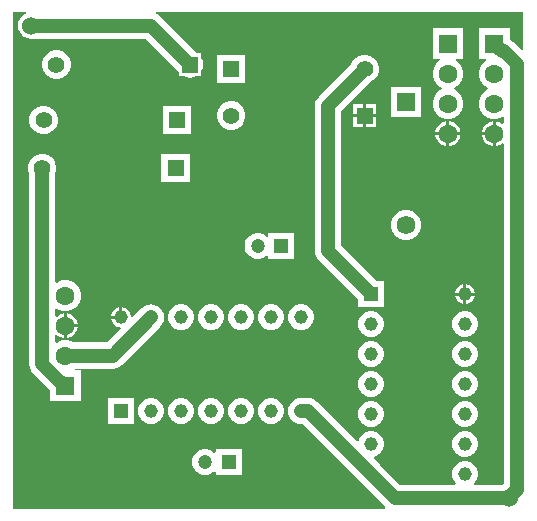
<source format=gtl>
G04*
G04 #@! TF.GenerationSoftware,Altium Limited,Altium Designer,23.4.1 (23)*
G04*
G04 Layer_Physical_Order=1*
G04 Layer_Color=255*
%FSLAX44Y44*%
%MOMM*%
G71*
G04*
G04 #@! TF.SameCoordinates,0F4FC61B-9208-49F5-852E-2E7A0A34B3BB*
G04*
G04*
G04 #@! TF.FilePolarity,Positive*
G04*
G01*
G75*
%ADD22R,1.4000X1.4000*%
%ADD23C,1.4000*%
%ADD24R,1.2000X1.2000*%
%ADD25C,1.2000*%
%ADD26C,1.2000*%
%ADD27R,1.5900X1.5900*%
%ADD28C,1.5900*%
%ADD29C,1.5240*%
%ADD30C,1.1700*%
%ADD31R,1.1700X1.1700*%
%ADD32C,1.6000*%
%ADD33R,1.6000X1.6000*%
%ADD34R,1.1700X1.1700*%
G36*
X438150Y399820D02*
X436977Y399334D01*
X429735Y406575D01*
X427438Y408339D01*
X427020Y408511D01*
Y418130D01*
X401020D01*
Y392130D01*
X406958D01*
X407298Y390860D01*
X406038Y390133D01*
X403617Y387712D01*
X401906Y384748D01*
X401020Y381441D01*
Y378018D01*
X401906Y374712D01*
X403617Y371748D01*
X406038Y369327D01*
X408833Y367714D01*
X408924Y367030D01*
X408833Y366346D01*
X406038Y364733D01*
X403617Y362312D01*
X401906Y359348D01*
X401020Y356041D01*
Y352618D01*
X401906Y349312D01*
X403617Y346348D01*
X406038Y343927D01*
X409002Y342216D01*
X412309Y341330D01*
X415732D01*
X419038Y342216D01*
X420825Y343248D01*
X421925Y342613D01*
Y337590D01*
X420752Y337104D01*
X420492Y337364D01*
X418088Y338752D01*
X415408Y339470D01*
X415290D01*
Y328930D01*
Y318390D01*
X415408D01*
X418088Y319108D01*
X420492Y320496D01*
X420752Y320756D01*
X421925Y320270D01*
Y32100D01*
X421849Y32080D01*
X420697Y31415D01*
X396865D01*
X396339Y32685D01*
X397632Y33978D01*
X399061Y36452D01*
X399800Y39212D01*
Y42068D01*
X399061Y44828D01*
X397632Y47302D01*
X395612Y49322D01*
X393138Y50751D01*
X390378Y51490D01*
X387522D01*
X384762Y50751D01*
X382288Y49322D01*
X380268Y47302D01*
X378839Y44828D01*
X378100Y42068D01*
Y39212D01*
X378839Y36452D01*
X380268Y33978D01*
X381561Y32685D01*
X381035Y31415D01*
X334466D01*
X317395Y48485D01*
X317395Y48485D01*
X311788Y54092D01*
X312168Y55509D01*
X313738Y55929D01*
X316212Y57358D01*
X318232Y59378D01*
X319661Y61852D01*
X320400Y64612D01*
Y67468D01*
X319661Y70228D01*
X318232Y72702D01*
X316212Y74722D01*
X313738Y76151D01*
X310978Y76890D01*
X308122D01*
X305362Y76151D01*
X302888Y74722D01*
X300868Y72702D01*
X299439Y70228D01*
X299019Y68658D01*
X297602Y68278D01*
X264055Y101825D01*
X261758Y103588D01*
X259082Y104697D01*
X256210Y105075D01*
X250190D01*
X247318Y104697D01*
X244643Y103588D01*
X242345Y101825D01*
X240581Y99528D01*
X239473Y96852D01*
X239095Y93980D01*
X239473Y91108D01*
X240581Y88433D01*
X242345Y86135D01*
X244643Y84372D01*
X247318Y83263D01*
X250190Y82885D01*
X251614D01*
X301705Y32795D01*
X301705Y32795D01*
X321800Y12700D01*
X321481Y11430D01*
X6350D01*
Y430530D01*
X6253Y430627D01*
X6739Y431800D01*
X17121D01*
X17374Y430530D01*
X16042Y429978D01*
X13745Y428215D01*
X11982Y425918D01*
X10873Y423242D01*
X10495Y420370D01*
X10873Y417498D01*
X11982Y414823D01*
X13745Y412525D01*
X16042Y410761D01*
X18718Y409653D01*
X21590Y409275D01*
X118594D01*
X146670Y381199D01*
Y377810D01*
X150573D01*
X150663Y377742D01*
X153338Y376633D01*
X156210Y376255D01*
X159082Y376633D01*
X161758Y377742D01*
X161847Y377810D01*
X165750D01*
Y381713D01*
X165819Y381802D01*
X166927Y384478D01*
X167305Y387350D01*
X166927Y390221D01*
X165819Y392897D01*
X165750Y392987D01*
Y396890D01*
X162361D01*
X131035Y428215D01*
X128737Y429978D01*
X127406Y430530D01*
X127659Y431800D01*
X438150D01*
Y399820D01*
D02*
G37*
%LPC*%
G36*
X44790Y399350D02*
X41630D01*
X38578Y398532D01*
X35842Y396952D01*
X33608Y394718D01*
X32028Y391982D01*
X31210Y388930D01*
Y385770D01*
X32028Y382718D01*
X33608Y379982D01*
X35842Y377748D01*
X38578Y376168D01*
X41630Y375350D01*
X44790D01*
X47842Y376168D01*
X50578Y377748D01*
X52812Y379982D01*
X54392Y382718D01*
X55210Y385770D01*
Y388930D01*
X54392Y391982D01*
X52812Y394718D01*
X50578Y396952D01*
X47842Y398532D01*
X44790Y399350D01*
D02*
G37*
G36*
X203150Y395540D02*
X179150D01*
Y371540D01*
X203150D01*
Y395540D01*
D02*
G37*
G36*
X313690Y353710D02*
X305420D01*
Y345440D01*
X313690D01*
Y353710D01*
D02*
G37*
G36*
X302880D02*
X294610D01*
Y345440D01*
X302880D01*
Y353710D01*
D02*
G37*
G36*
X352040Y368450D02*
X326140D01*
Y342550D01*
X352040D01*
Y368450D01*
D02*
G37*
G36*
X387650Y418130D02*
X361650D01*
Y392130D01*
X367588D01*
X367928Y390860D01*
X366668Y390133D01*
X364247Y387712D01*
X362536Y384748D01*
X361650Y381441D01*
Y378018D01*
X362536Y374712D01*
X364247Y371748D01*
X366668Y369327D01*
X369463Y367714D01*
X369554Y367030D01*
X369463Y366346D01*
X366668Y364733D01*
X364247Y362312D01*
X362536Y359348D01*
X361650Y356041D01*
Y352618D01*
X362536Y349312D01*
X364247Y346348D01*
X366668Y343927D01*
X369632Y342216D01*
X372938Y341330D01*
X376362D01*
X379668Y342216D01*
X382632Y343927D01*
X385053Y346348D01*
X386764Y349312D01*
X387650Y352618D01*
Y356041D01*
X386764Y359348D01*
X385053Y362312D01*
X382632Y364733D01*
X379837Y366346D01*
X379746Y367030D01*
X379837Y367714D01*
X382632Y369327D01*
X385053Y371748D01*
X386764Y374712D01*
X387650Y378018D01*
Y381441D01*
X386764Y384748D01*
X385053Y387712D01*
X382632Y390133D01*
X381372Y390860D01*
X381712Y392130D01*
X387650D01*
Y418130D01*
D02*
G37*
G36*
X313690Y342900D02*
X305420D01*
Y334630D01*
X313690D01*
Y342900D01*
D02*
G37*
G36*
X302880D02*
X294610D01*
Y334630D01*
X302880D01*
Y342900D01*
D02*
G37*
G36*
X192730Y356170D02*
X189570D01*
X186518Y355352D01*
X183782Y353772D01*
X181548Y351538D01*
X179968Y348802D01*
X179150Y345750D01*
Y342590D01*
X179968Y339538D01*
X181548Y336802D01*
X183782Y334568D01*
X186518Y332988D01*
X189570Y332170D01*
X192730D01*
X195782Y332988D01*
X198518Y334568D01*
X200752Y336802D01*
X202332Y339538D01*
X203150Y342590D01*
Y345750D01*
X202332Y348802D01*
X200752Y351538D01*
X198518Y353772D01*
X195782Y355352D01*
X192730Y356170D01*
D02*
G37*
G36*
X376038Y339470D02*
X375920D01*
Y330200D01*
X385190D01*
Y330318D01*
X384472Y332998D01*
X383084Y335402D01*
X381122Y337364D01*
X378718Y338752D01*
X376038Y339470D01*
D02*
G37*
G36*
X412750D02*
X412632D01*
X409952Y338752D01*
X407548Y337364D01*
X405586Y335402D01*
X404198Y332998D01*
X403480Y330318D01*
Y330200D01*
X412750D01*
Y339470D01*
D02*
G37*
G36*
X373380D02*
X373262D01*
X370582Y338752D01*
X368178Y337364D01*
X366216Y335402D01*
X364828Y332998D01*
X364110Y330318D01*
Y330200D01*
X373380D01*
Y339470D01*
D02*
G37*
G36*
X157400Y352360D02*
X133400D01*
Y328360D01*
X157400D01*
Y352360D01*
D02*
G37*
G36*
X33980D02*
X30820D01*
X27768Y351542D01*
X25032Y349962D01*
X22798Y347728D01*
X21218Y344992D01*
X20400Y341940D01*
Y338780D01*
X21218Y335728D01*
X22798Y332992D01*
X25032Y330758D01*
X27768Y329178D01*
X30820Y328360D01*
X33980D01*
X37032Y329178D01*
X39768Y330758D01*
X42002Y332992D01*
X43582Y335728D01*
X44400Y338780D01*
Y341940D01*
X43582Y344992D01*
X42002Y347728D01*
X39768Y349962D01*
X37032Y351542D01*
X33980Y352360D01*
D02*
G37*
G36*
X412750Y327660D02*
X403480D01*
Y327542D01*
X404198Y324862D01*
X405586Y322458D01*
X407548Y320496D01*
X409952Y319108D01*
X412632Y318390D01*
X412750D01*
Y327660D01*
D02*
G37*
G36*
X385190D02*
X375920D01*
Y318390D01*
X376038D01*
X378718Y319108D01*
X381122Y320496D01*
X383084Y322458D01*
X384472Y324862D01*
X385190Y327542D01*
Y327660D01*
D02*
G37*
G36*
X373380D02*
X364110D01*
Y327542D01*
X364828Y324862D01*
X366216Y322458D01*
X368178Y320496D01*
X370582Y319108D01*
X373262Y318390D01*
X373380D01*
Y327660D01*
D02*
G37*
G36*
X156130Y311720D02*
X132130D01*
Y287720D01*
X156130D01*
Y311720D01*
D02*
G37*
G36*
X244520Y244680D02*
X222520D01*
Y242032D01*
X221250Y241506D01*
X220274Y242482D01*
X217766Y243930D01*
X214968Y244680D01*
X212072D01*
X209274Y243930D01*
X206766Y242482D01*
X204718Y240434D01*
X203270Y237926D01*
X202520Y235128D01*
Y232232D01*
X203270Y229434D01*
X204718Y226926D01*
X206766Y224878D01*
X209274Y223430D01*
X212072Y222680D01*
X214968D01*
X217766Y223430D01*
X220274Y224878D01*
X221250Y225854D01*
X222520Y225328D01*
Y222680D01*
X244520D01*
Y244680D01*
D02*
G37*
G36*
X340795Y264510D02*
X337385D01*
X334091Y263627D01*
X331138Y261923D01*
X328727Y259512D01*
X327023Y256558D01*
X326140Y253265D01*
Y249855D01*
X327023Y246562D01*
X328727Y243608D01*
X331138Y241197D01*
X334091Y239492D01*
X337385Y238610D01*
X340795D01*
X344089Y239492D01*
X347042Y241197D01*
X349453Y243608D01*
X351157Y246562D01*
X352040Y249855D01*
Y253265D01*
X351157Y256558D01*
X349453Y259512D01*
X347042Y261923D01*
X344089Y263627D01*
X340795Y264510D01*
D02*
G37*
G36*
X390220Y201386D02*
Y194310D01*
X397296D01*
X396768Y196278D01*
X395664Y198192D01*
X394102Y199754D01*
X392188Y200858D01*
X390220Y201386D01*
D02*
G37*
G36*
X387680D02*
X385712Y200858D01*
X383798Y199754D01*
X382236Y198192D01*
X381132Y196278D01*
X380604Y194310D01*
X387680D01*
Y201386D01*
D02*
G37*
G36*
X397296Y191770D02*
X390220D01*
Y184694D01*
X392188Y185222D01*
X394102Y186326D01*
X395664Y187888D01*
X396768Y189802D01*
X397296Y191770D01*
D02*
G37*
G36*
X387680D02*
X380604D01*
X381132Y189802D01*
X382236Y187888D01*
X383798Y186326D01*
X385712Y185222D01*
X387680Y184694D01*
Y191770D01*
D02*
G37*
G36*
X305730Y395540D02*
X302570D01*
X299518Y394722D01*
X296782Y393142D01*
X294548Y390908D01*
X292968Y388172D01*
X292923Y388003D01*
X265205Y360285D01*
X263442Y357987D01*
X262333Y355312D01*
X261955Y352440D01*
Y229540D01*
X262333Y226668D01*
X263442Y223993D01*
X265205Y221695D01*
X298700Y188199D01*
Y182190D01*
X307690D01*
X309550Y181945D01*
X311410Y182190D01*
X320400D01*
Y191180D01*
X320645Y193040D01*
X320400Y194900D01*
Y203890D01*
X314391D01*
X284145Y234136D01*
Y347844D01*
X308613Y372313D01*
X308782Y372358D01*
X311518Y373938D01*
X313752Y376172D01*
X315332Y378908D01*
X316150Y381960D01*
Y385120D01*
X315332Y388172D01*
X313752Y390908D01*
X311518Y393142D01*
X308782Y394722D01*
X305730Y395540D01*
D02*
G37*
G36*
X96520Y181726D02*
X94552Y181198D01*
X92638Y180094D01*
X91076Y178532D01*
X89972Y176618D01*
X89444Y174650D01*
X96520D01*
Y181726D01*
D02*
G37*
G36*
X52188Y176910D02*
X52070D01*
Y167640D01*
X61340D01*
Y167758D01*
X60622Y170438D01*
X59234Y172842D01*
X57272Y174804D01*
X54868Y176192D01*
X52188Y176910D01*
D02*
G37*
G36*
X251618Y184230D02*
X248762D01*
X246002Y183491D01*
X243528Y182062D01*
X241508Y180042D01*
X240079Y177568D01*
X239340Y174808D01*
Y171952D01*
X240079Y169192D01*
X241508Y166718D01*
X243528Y164698D01*
X246002Y163269D01*
X248762Y162530D01*
X251618D01*
X254378Y163269D01*
X256852Y164698D01*
X258872Y166718D01*
X260301Y169192D01*
X261040Y171952D01*
Y174808D01*
X260301Y177568D01*
X258872Y180042D01*
X256852Y182062D01*
X254378Y183491D01*
X251618Y184230D01*
D02*
G37*
G36*
X226218D02*
X223362D01*
X220602Y183491D01*
X218128Y182062D01*
X216108Y180042D01*
X214679Y177568D01*
X213940Y174808D01*
Y171952D01*
X214679Y169192D01*
X216108Y166718D01*
X218128Y164698D01*
X220602Y163269D01*
X223362Y162530D01*
X226218D01*
X228978Y163269D01*
X231452Y164698D01*
X233472Y166718D01*
X234901Y169192D01*
X235640Y171952D01*
Y174808D01*
X234901Y177568D01*
X233472Y180042D01*
X231452Y182062D01*
X228978Y183491D01*
X226218Y184230D01*
D02*
G37*
G36*
X200818D02*
X197962D01*
X195202Y183491D01*
X192728Y182062D01*
X190708Y180042D01*
X189279Y177568D01*
X188540Y174808D01*
Y171952D01*
X189279Y169192D01*
X190708Y166718D01*
X192728Y164698D01*
X195202Y163269D01*
X197962Y162530D01*
X200818D01*
X203578Y163269D01*
X206052Y164698D01*
X208072Y166718D01*
X209501Y169192D01*
X210240Y171952D01*
Y174808D01*
X209501Y177568D01*
X208072Y180042D01*
X206052Y182062D01*
X203578Y183491D01*
X200818Y184230D01*
D02*
G37*
G36*
X175418D02*
X172562D01*
X169802Y183491D01*
X167328Y182062D01*
X165308Y180042D01*
X163879Y177568D01*
X163140Y174808D01*
Y171952D01*
X163879Y169192D01*
X165308Y166718D01*
X167328Y164698D01*
X169802Y163269D01*
X172562Y162530D01*
X175418D01*
X178178Y163269D01*
X180652Y164698D01*
X182672Y166718D01*
X184101Y169192D01*
X184840Y171952D01*
Y174808D01*
X184101Y177568D01*
X182672Y180042D01*
X180652Y182062D01*
X178178Y183491D01*
X175418Y184230D01*
D02*
G37*
G36*
X150018D02*
X147162D01*
X144402Y183491D01*
X141928Y182062D01*
X139908Y180042D01*
X138479Y177568D01*
X137740Y174808D01*
Y171952D01*
X138479Y169192D01*
X139908Y166718D01*
X141928Y164698D01*
X144402Y163269D01*
X147162Y162530D01*
X150018D01*
X152778Y163269D01*
X155252Y164698D01*
X157272Y166718D01*
X158701Y169192D01*
X159440Y171952D01*
Y174808D01*
X158701Y177568D01*
X157272Y180042D01*
X155252Y182062D01*
X152778Y183491D01*
X150018Y184230D01*
D02*
G37*
G36*
X390378Y178490D02*
X387522D01*
X384762Y177751D01*
X382288Y176322D01*
X380268Y174302D01*
X378839Y171828D01*
X378100Y169068D01*
Y166212D01*
X378839Y163452D01*
X380268Y160978D01*
X382288Y158958D01*
X384762Y157529D01*
X387522Y156790D01*
X390378D01*
X393138Y157529D01*
X395612Y158958D01*
X397632Y160978D01*
X399061Y163452D01*
X399800Y166212D01*
Y169068D01*
X399061Y171828D01*
X397632Y174302D01*
X395612Y176322D01*
X393138Y177751D01*
X390378Y178490D01*
D02*
G37*
G36*
X310978D02*
X308122D01*
X305362Y177751D01*
X302888Y176322D01*
X300868Y174302D01*
X299439Y171828D01*
X298700Y169068D01*
Y166212D01*
X299439Y163452D01*
X300868Y160978D01*
X302888Y158958D01*
X305362Y157529D01*
X308122Y156790D01*
X310978D01*
X313738Y157529D01*
X316212Y158958D01*
X318232Y160978D01*
X319661Y163452D01*
X320400Y166212D01*
Y169068D01*
X319661Y171828D01*
X318232Y174302D01*
X316212Y176322D01*
X313738Y177751D01*
X310978Y178490D01*
D02*
G37*
G36*
X61340Y165100D02*
X52070D01*
Y155830D01*
X52188D01*
X54868Y156548D01*
X57272Y157936D01*
X59234Y159898D01*
X60622Y162302D01*
X61340Y164982D01*
Y165100D01*
D02*
G37*
G36*
X390378Y153090D02*
X387522D01*
X384762Y152351D01*
X382288Y150922D01*
X380268Y148902D01*
X378839Y146428D01*
X378100Y143668D01*
Y140812D01*
X378839Y138052D01*
X380268Y135578D01*
X382288Y133558D01*
X384762Y132129D01*
X387522Y131390D01*
X390378D01*
X393138Y132129D01*
X395612Y133558D01*
X397632Y135578D01*
X399061Y138052D01*
X399800Y140812D01*
Y143668D01*
X399061Y146428D01*
X397632Y148902D01*
X395612Y150922D01*
X393138Y152351D01*
X390378Y153090D01*
D02*
G37*
G36*
X310978D02*
X308122D01*
X305362Y152351D01*
X302888Y150922D01*
X300868Y148902D01*
X299439Y146428D01*
X298700Y143668D01*
Y140812D01*
X299439Y138052D01*
X300868Y135578D01*
X302888Y133558D01*
X305362Y132129D01*
X308122Y131390D01*
X310978D01*
X313738Y132129D01*
X316212Y133558D01*
X318232Y135578D01*
X319661Y138052D01*
X320400Y140812D01*
Y143668D01*
X319661Y146428D01*
X318232Y148902D01*
X316212Y150922D01*
X313738Y152351D01*
X310978Y153090D01*
D02*
G37*
G36*
X390378Y127690D02*
X387522D01*
X384762Y126951D01*
X382288Y125522D01*
X380268Y123502D01*
X378839Y121028D01*
X378100Y118268D01*
Y115412D01*
X378839Y112652D01*
X380268Y110178D01*
X382288Y108158D01*
X384762Y106729D01*
X387522Y105990D01*
X390378D01*
X393138Y106729D01*
X395612Y108158D01*
X397632Y110178D01*
X399061Y112652D01*
X399800Y115412D01*
Y118268D01*
X399061Y121028D01*
X397632Y123502D01*
X395612Y125522D01*
X393138Y126951D01*
X390378Y127690D01*
D02*
G37*
G36*
X310978D02*
X308122D01*
X305362Y126951D01*
X302888Y125522D01*
X300868Y123502D01*
X299439Y121028D01*
X298700Y118268D01*
Y115412D01*
X299439Y112652D01*
X300868Y110178D01*
X302888Y108158D01*
X305362Y106729D01*
X308122Y105990D01*
X310978D01*
X313738Y106729D01*
X316212Y108158D01*
X318232Y110178D01*
X319661Y112652D01*
X320400Y115412D01*
Y118268D01*
X319661Y121028D01*
X318232Y123502D01*
X316212Y125522D01*
X313738Y126951D01*
X310978Y127690D01*
D02*
G37*
G36*
X32710Y311720D02*
X29550D01*
X26498Y310902D01*
X23762Y309322D01*
X21528Y307088D01*
X19948Y304352D01*
X19130Y301300D01*
Y298140D01*
X19948Y295088D01*
X20035Y294937D01*
Y133770D01*
X20413Y130898D01*
X21521Y128223D01*
X23285Y125925D01*
X37800Y111409D01*
Y102570D01*
X63800D01*
Y128570D01*
X59427D01*
X58801Y129840D01*
X58828Y129875D01*
X90780D01*
X93652Y130253D01*
X96327Y131362D01*
X98625Y133125D01*
X131035Y165535D01*
X132799Y167833D01*
X133907Y170508D01*
X134285Y173380D01*
X133907Y176252D01*
X132799Y178927D01*
X131035Y181225D01*
X128737Y182988D01*
X126062Y184097D01*
X123190Y184475D01*
X120318Y184097D01*
X117643Y182988D01*
X115345Y181225D01*
X107450Y173330D01*
X106180Y173857D01*
Y174485D01*
X105608Y176618D01*
X104504Y178532D01*
X102942Y180094D01*
X101028Y181198D01*
X99060Y181726D01*
Y173380D01*
X97790D01*
Y172110D01*
X89444D01*
X89972Y170142D01*
X91076Y168228D01*
X92638Y166666D01*
X94552Y165562D01*
X96685Y164990D01*
X97313D01*
X97839Y163720D01*
X86184Y152065D01*
X57583D01*
X55818Y153084D01*
X52512Y153970D01*
X49089D01*
X45782Y153084D01*
X43495Y151763D01*
X42225Y152497D01*
Y158243D01*
X43495Y158769D01*
X44328Y157936D01*
X46732Y156548D01*
X49412Y155830D01*
X49530D01*
Y166370D01*
Y176910D01*
X49412D01*
X46732Y176192D01*
X44328Y174804D01*
X43495Y173971D01*
X42225Y174497D01*
Y180243D01*
X43495Y180977D01*
X45782Y179656D01*
X49089Y178770D01*
X52512D01*
X55818Y179656D01*
X58782Y181367D01*
X61203Y183788D01*
X62914Y186752D01*
X63800Y190058D01*
Y193482D01*
X62914Y196788D01*
X61203Y199752D01*
X58782Y202173D01*
X55818Y203884D01*
X52512Y204770D01*
X49089D01*
X45782Y203884D01*
X43495Y202563D01*
X42225Y203297D01*
Y294937D01*
X42312Y295088D01*
X43130Y298140D01*
Y301300D01*
X42312Y304352D01*
X40732Y307088D01*
X38498Y309322D01*
X35762Y310902D01*
X32710Y311720D01*
D02*
G37*
G36*
X226218Y104830D02*
X223362D01*
X220602Y104091D01*
X218128Y102662D01*
X216108Y100642D01*
X214679Y98168D01*
X213940Y95408D01*
Y92552D01*
X214679Y89792D01*
X216108Y87318D01*
X218128Y85298D01*
X220602Y83869D01*
X223362Y83130D01*
X226218D01*
X228978Y83869D01*
X231452Y85298D01*
X233472Y87318D01*
X234901Y89792D01*
X235640Y92552D01*
Y95408D01*
X234901Y98168D01*
X233472Y100642D01*
X231452Y102662D01*
X228978Y104091D01*
X226218Y104830D01*
D02*
G37*
G36*
X200818D02*
X197962D01*
X195202Y104091D01*
X192728Y102662D01*
X190708Y100642D01*
X189279Y98168D01*
X188540Y95408D01*
Y92552D01*
X189279Y89792D01*
X190708Y87318D01*
X192728Y85298D01*
X195202Y83869D01*
X197962Y83130D01*
X200818D01*
X203578Y83869D01*
X206052Y85298D01*
X208072Y87318D01*
X209501Y89792D01*
X210240Y92552D01*
Y95408D01*
X209501Y98168D01*
X208072Y100642D01*
X206052Y102662D01*
X203578Y104091D01*
X200818Y104830D01*
D02*
G37*
G36*
X175418D02*
X172562D01*
X169802Y104091D01*
X167328Y102662D01*
X165308Y100642D01*
X163879Y98168D01*
X163140Y95408D01*
Y92552D01*
X163879Y89792D01*
X165308Y87318D01*
X167328Y85298D01*
X169802Y83869D01*
X172562Y83130D01*
X175418D01*
X178178Y83869D01*
X180652Y85298D01*
X182672Y87318D01*
X184101Y89792D01*
X184840Y92552D01*
Y95408D01*
X184101Y98168D01*
X182672Y100642D01*
X180652Y102662D01*
X178178Y104091D01*
X175418Y104830D01*
D02*
G37*
G36*
X150018D02*
X147162D01*
X144402Y104091D01*
X141928Y102662D01*
X139908Y100642D01*
X138479Y98168D01*
X137740Y95408D01*
Y92552D01*
X138479Y89792D01*
X139908Y87318D01*
X141928Y85298D01*
X144402Y83869D01*
X147162Y83130D01*
X150018D01*
X152778Y83869D01*
X155252Y85298D01*
X157272Y87318D01*
X158701Y89792D01*
X159440Y92552D01*
Y95408D01*
X158701Y98168D01*
X157272Y100642D01*
X155252Y102662D01*
X152778Y104091D01*
X150018Y104830D01*
D02*
G37*
G36*
X124618D02*
X121762D01*
X119002Y104091D01*
X116528Y102662D01*
X114508Y100642D01*
X113079Y98168D01*
X112340Y95408D01*
Y92552D01*
X113079Y89792D01*
X114508Y87318D01*
X116528Y85298D01*
X119002Y83869D01*
X121762Y83130D01*
X124618D01*
X127378Y83869D01*
X129852Y85298D01*
X131872Y87318D01*
X133301Y89792D01*
X134040Y92552D01*
Y95408D01*
X133301Y98168D01*
X131872Y100642D01*
X129852Y102662D01*
X127378Y104091D01*
X124618Y104830D01*
D02*
G37*
G36*
X108640D02*
X86940D01*
Y83130D01*
X108640D01*
Y104830D01*
D02*
G37*
G36*
X390378Y102290D02*
X387522D01*
X384762Y101551D01*
X382288Y100122D01*
X380268Y98102D01*
X378839Y95628D01*
X378100Y92868D01*
Y90012D01*
X378839Y87252D01*
X380268Y84778D01*
X382288Y82758D01*
X384762Y81329D01*
X387522Y80590D01*
X390378D01*
X393138Y81329D01*
X395612Y82758D01*
X397632Y84778D01*
X399061Y87252D01*
X399800Y90012D01*
Y92868D01*
X399061Y95628D01*
X397632Y98102D01*
X395612Y100122D01*
X393138Y101551D01*
X390378Y102290D01*
D02*
G37*
G36*
X310978D02*
X308122D01*
X305362Y101551D01*
X302888Y100122D01*
X300868Y98102D01*
X299439Y95628D01*
X298700Y92868D01*
Y90012D01*
X299439Y87252D01*
X300868Y84778D01*
X302888Y82758D01*
X305362Y81329D01*
X308122Y80590D01*
X310978D01*
X313738Y81329D01*
X316212Y82758D01*
X318232Y84778D01*
X319661Y87252D01*
X320400Y90012D01*
Y92868D01*
X319661Y95628D01*
X318232Y98102D01*
X316212Y100122D01*
X313738Y101551D01*
X310978Y102290D01*
D02*
G37*
G36*
X200070Y61800D02*
X178070D01*
Y59152D01*
X176800Y58626D01*
X175824Y59602D01*
X173316Y61050D01*
X170518Y61800D01*
X167622D01*
X164824Y61050D01*
X162316Y59602D01*
X160268Y57554D01*
X158820Y55046D01*
X158070Y52248D01*
Y49352D01*
X158820Y46554D01*
X160268Y44046D01*
X162316Y41998D01*
X164824Y40550D01*
X167622Y39800D01*
X170518D01*
X173316Y40550D01*
X175824Y41998D01*
X176800Y42974D01*
X178070Y42448D01*
Y39800D01*
X200070D01*
Y61800D01*
D02*
G37*
G36*
X390378Y76890D02*
X387522D01*
X384762Y76151D01*
X382288Y74722D01*
X380268Y72702D01*
X378839Y70228D01*
X378100Y67468D01*
Y64612D01*
X378839Y61852D01*
X380268Y59378D01*
X382288Y57358D01*
X384762Y55929D01*
X387522Y55190D01*
X390378D01*
X393138Y55929D01*
X395612Y57358D01*
X397632Y59378D01*
X399061Y61852D01*
X399800Y64612D01*
Y67468D01*
X399061Y70228D01*
X397632Y72702D01*
X395612Y74722D01*
X393138Y76151D01*
X390378Y76890D01*
D02*
G37*
%LPD*%
D22*
X145400Y340360D02*
D03*
X156210Y387350D02*
D03*
X144130Y299720D02*
D03*
X304150Y344170D02*
D03*
X191150Y383540D02*
D03*
D23*
X32400Y340360D02*
D03*
X43210Y387350D02*
D03*
X31130Y299720D02*
D03*
X191150Y344170D02*
D03*
X304150Y383540D02*
D03*
D24*
X189070Y50800D02*
D03*
X233520Y233680D02*
D03*
D25*
X169070Y50800D02*
D03*
X213520Y233680D02*
D03*
D26*
X21590Y420370D02*
X123190D01*
X156210Y387350D01*
X414020Y405130D02*
X420420Y398730D01*
X421890D01*
X433020Y387600D01*
Y27497D02*
Y387600D01*
X426720Y21197D02*
X433020Y27497D01*
X426720Y20320D02*
Y21197D01*
X309550Y40640D02*
X329870Y20320D01*
X426720D01*
X256210Y93980D02*
X309550Y40640D01*
X250190Y93980D02*
X256210D01*
X90780Y140970D02*
X123190Y173380D01*
X50800Y140970D02*
X90780D01*
X31130Y133770D02*
Y299720D01*
Y133770D02*
X47330Y117570D01*
X48800D01*
X50800Y115570D01*
X273050Y229540D02*
X309550Y193040D01*
X273050Y229540D02*
Y352440D01*
X304150Y383540D01*
D27*
X339090Y355500D02*
D03*
D28*
Y251560D02*
D03*
D29*
X21590Y420370D02*
D03*
X426720Y20320D02*
D03*
D30*
X97790Y173380D02*
D03*
X123190D02*
D03*
X148590D02*
D03*
X173990D02*
D03*
X199390D02*
D03*
X224790D02*
D03*
X250190D02*
D03*
Y93980D02*
D03*
X224790D02*
D03*
X199390D02*
D03*
X173990D02*
D03*
X148590D02*
D03*
X123190D02*
D03*
X309550Y167640D02*
D03*
Y142240D02*
D03*
Y116840D02*
D03*
Y91440D02*
D03*
Y66040D02*
D03*
Y40640D02*
D03*
X388950D02*
D03*
Y66040D02*
D03*
Y91440D02*
D03*
Y116840D02*
D03*
Y142240D02*
D03*
Y167640D02*
D03*
Y193040D02*
D03*
D31*
X97790Y93980D02*
D03*
D32*
X414020Y379730D02*
D03*
Y354330D02*
D03*
Y328930D02*
D03*
X50800Y140970D02*
D03*
Y166370D02*
D03*
Y191770D02*
D03*
X374650Y379730D02*
D03*
Y354330D02*
D03*
Y328930D02*
D03*
D33*
X414020Y405130D02*
D03*
X50800Y115570D02*
D03*
X374650Y405130D02*
D03*
D34*
X309550Y193040D02*
D03*
M02*

</source>
